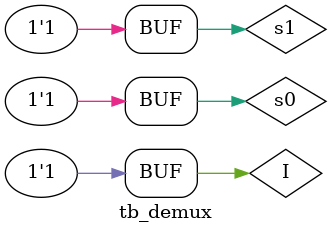
<source format=v>
module tb_demux();

reg s0, s1, I;
wire d0, d1, d2, d3;

demux my_demux(s0, s1, I, d0, d1, d2, d3);

initial	begin
	
	s0 = 0;
	s1 = 0;
	I = 0;
	#10;

	s0 = 0;
	s1 = 0;
	I  = 1;
	#10;
	
	s0= 0;
	s1= 1;
	I = 0;
	#10;

	s0= 0;
	s1= 1;
	I = 1;
	#10;
	
	s0= 1;
	s1= 0;
	I = 0;
	#10;
	
	s0= 1;
	s1= 0;
	I = 1;
	#10;
	
	s0= 1;
	s1= 1;
	I = 0;
	#10;
	
	s0= 1;
	s1= 1;
	I = 1;
	#10;	
	end

endmodule


</source>
